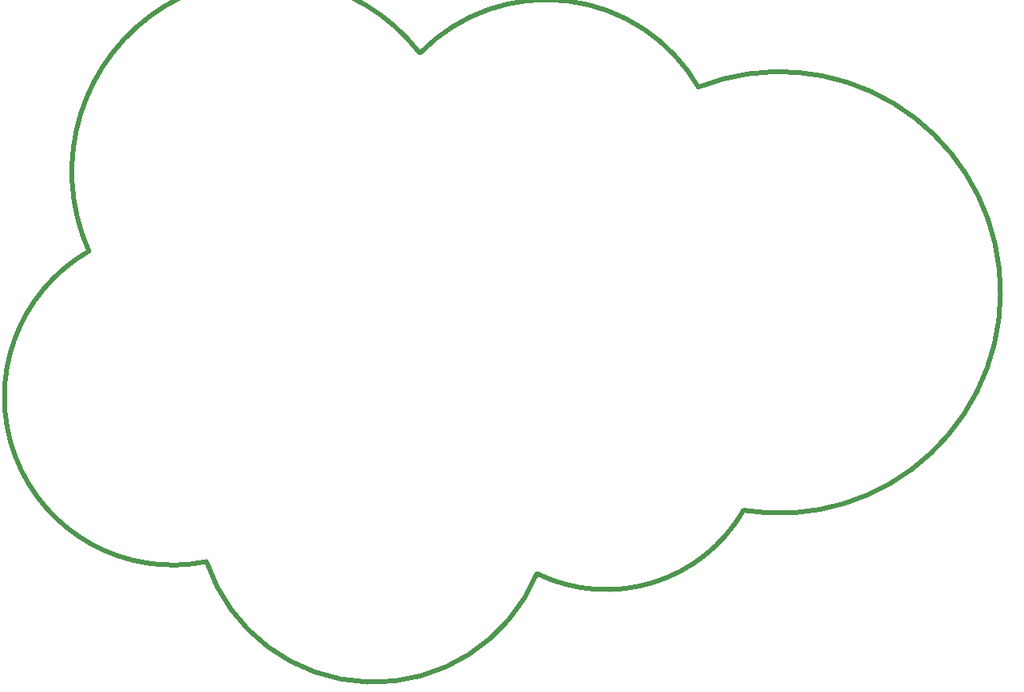
<source format=gko>
%FSLAX33Y33*%
%MOMM*%
%ADD10C,0.508*%
D10*
%LNpath-1*%
G75*
G03*
X-73750Y25750D02*
X-108800Y4650I-16253J-12662D01*
G75*
X-108800Y4650D02*
X-96325Y-28325I8894J-15482D01*
G75*
X-96325Y-28325D02*
X-61275Y-29600I17764J5922D01*
G75*
X-61275Y-29600D02*
X-39350Y-22875I7358J15112D01*
G75*
X-39350Y-22875D02*
X-44150Y22075I3805J23138D01*
G75*
X-44150Y22075D02*
X-73600Y25750I-16123J-9369D01*
G01*
X-73600Y25750D02*
X-73750Y25750D01*
%LNmechanical details_traces*%
M02*
</source>
